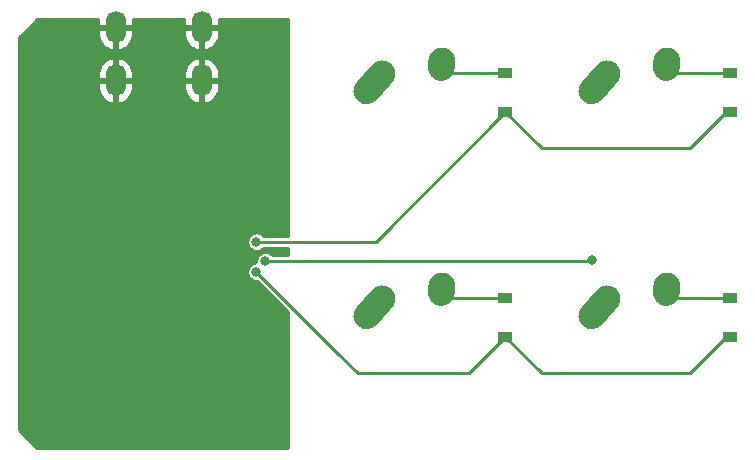
<source format=gbl>
G04 #@! TF.GenerationSoftware,KiCad,Pcbnew,(5.1.7)-1*
G04 #@! TF.CreationDate,2020-11-03T00:38:03-05:00*
G04 #@! TF.ProjectId,keyboard_test,6b657962-6f61-4726-945f-746573742e6b,rev?*
G04 #@! TF.SameCoordinates,Original*
G04 #@! TF.FileFunction,Copper,L2,Bot*
G04 #@! TF.FilePolarity,Positive*
%FSLAX46Y46*%
G04 Gerber Fmt 4.6, Leading zero omitted, Abs format (unit mm)*
G04 Created by KiCad (PCBNEW (5.1.7)-1) date 2020-11-03 00:38:03*
%MOMM*%
%LPD*%
G01*
G04 APERTURE LIST*
G04 #@! TA.AperFunction,ComponentPad*
%ADD10O,1.700000X2.700000*%
G04 #@! TD*
G04 #@! TA.AperFunction,ComponentPad*
%ADD11C,2.250000*%
G04 #@! TD*
G04 #@! TA.AperFunction,SMDPad,CuDef*
%ADD12R,1.200000X0.900000*%
G04 #@! TD*
G04 #@! TA.AperFunction,ViaPad*
%ADD13C,0.800000*%
G04 #@! TD*
G04 #@! TA.AperFunction,Conductor*
%ADD14C,0.254000*%
G04 #@! TD*
G04 #@! TA.AperFunction,Conductor*
%ADD15C,0.100000*%
G04 #@! TD*
G04 APERTURE END LIST*
D10*
X37781250Y-47625000D03*
X30481250Y-47625000D03*
X30481250Y-52125000D03*
X37781250Y-52125000D03*
D11*
X72112500Y-70612500D03*
G04 #@! TA.AperFunction,ComponentPad*
G36*
G01*
X70051188Y-72909850D02*
X70051183Y-72909845D01*
G75*
G02*
X69965155Y-71321183I751317J837345D01*
G01*
X71275157Y-69861183D01*
G75*
G02*
X72863819Y-69775155I837345J-751317D01*
G01*
X72863819Y-69775155D01*
G75*
G02*
X72949847Y-71363817I-751317J-837345D01*
G01*
X71639845Y-72823817D01*
G75*
G02*
X70051183Y-72909845I-837345J751317D01*
G01*
G37*
G04 #@! TD.AperFunction*
X77152500Y-69532500D03*
G04 #@! TA.AperFunction,ComponentPad*
G36*
G01*
X77035983Y-71234895D02*
X77035097Y-71234834D01*
G75*
G02*
X75990166Y-70035097I77403J1122334D01*
G01*
X76030166Y-69455097D01*
G75*
G02*
X77229903Y-68410166I1122334J-77403D01*
G01*
X77229903Y-68410166D01*
G75*
G02*
X78274834Y-69609903I-77403J-1122334D01*
G01*
X78234834Y-70189903D01*
G75*
G02*
X77035097Y-71234834I-1122334J77403D01*
G01*
G37*
G04 #@! TD.AperFunction*
X53062500Y-70612500D03*
G04 #@! TA.AperFunction,ComponentPad*
G36*
G01*
X51001188Y-72909850D02*
X51001183Y-72909845D01*
G75*
G02*
X50915155Y-71321183I751317J837345D01*
G01*
X52225157Y-69861183D01*
G75*
G02*
X53813819Y-69775155I837345J-751317D01*
G01*
X53813819Y-69775155D01*
G75*
G02*
X53899847Y-71363817I-751317J-837345D01*
G01*
X52589845Y-72823817D01*
G75*
G02*
X51001183Y-72909845I-837345J751317D01*
G01*
G37*
G04 #@! TD.AperFunction*
X58102500Y-69532500D03*
G04 #@! TA.AperFunction,ComponentPad*
G36*
G01*
X57985983Y-71234895D02*
X57985097Y-71234834D01*
G75*
G02*
X56940166Y-70035097I77403J1122334D01*
G01*
X56980166Y-69455097D01*
G75*
G02*
X58179903Y-68410166I1122334J-77403D01*
G01*
X58179903Y-68410166D01*
G75*
G02*
X59224834Y-69609903I-77403J-1122334D01*
G01*
X59184834Y-70189903D01*
G75*
G02*
X57985097Y-71234834I-1122334J77403D01*
G01*
G37*
G04 #@! TD.AperFunction*
X72112500Y-51562500D03*
G04 #@! TA.AperFunction,ComponentPad*
G36*
G01*
X70051188Y-53859850D02*
X70051183Y-53859845D01*
G75*
G02*
X69965155Y-52271183I751317J837345D01*
G01*
X71275157Y-50811183D01*
G75*
G02*
X72863819Y-50725155I837345J-751317D01*
G01*
X72863819Y-50725155D01*
G75*
G02*
X72949847Y-52313817I-751317J-837345D01*
G01*
X71639845Y-53773817D01*
G75*
G02*
X70051183Y-53859845I-837345J751317D01*
G01*
G37*
G04 #@! TD.AperFunction*
X77152500Y-50482500D03*
G04 #@! TA.AperFunction,ComponentPad*
G36*
G01*
X77035983Y-52184895D02*
X77035097Y-52184834D01*
G75*
G02*
X75990166Y-50985097I77403J1122334D01*
G01*
X76030166Y-50405097D01*
G75*
G02*
X77229903Y-49360166I1122334J-77403D01*
G01*
X77229903Y-49360166D01*
G75*
G02*
X78274834Y-50559903I-77403J-1122334D01*
G01*
X78234834Y-51139903D01*
G75*
G02*
X77035097Y-52184834I-1122334J77403D01*
G01*
G37*
G04 #@! TD.AperFunction*
X53062500Y-51562500D03*
G04 #@! TA.AperFunction,ComponentPad*
G36*
G01*
X51001188Y-53859850D02*
X51001183Y-53859845D01*
G75*
G02*
X50915155Y-52271183I751317J837345D01*
G01*
X52225157Y-50811183D01*
G75*
G02*
X53813819Y-50725155I837345J-751317D01*
G01*
X53813819Y-50725155D01*
G75*
G02*
X53899847Y-52313817I-751317J-837345D01*
G01*
X52589845Y-53773817D01*
G75*
G02*
X51001183Y-53859845I-837345J751317D01*
G01*
G37*
G04 #@! TD.AperFunction*
X58102500Y-50482500D03*
G04 #@! TA.AperFunction,ComponentPad*
G36*
G01*
X57985983Y-52184895D02*
X57985097Y-52184834D01*
G75*
G02*
X56940166Y-50985097I77403J1122334D01*
G01*
X56980166Y-50405097D01*
G75*
G02*
X58179903Y-49360166I1122334J-77403D01*
G01*
X58179903Y-49360166D01*
G75*
G02*
X59224834Y-50559903I-77403J-1122334D01*
G01*
X59184834Y-51139903D01*
G75*
G02*
X57985097Y-52184834I-1122334J77403D01*
G01*
G37*
G04 #@! TD.AperFunction*
D12*
X82550000Y-70581250D03*
X82550000Y-73881250D03*
X63500000Y-70581250D03*
X63500000Y-73881250D03*
X82550000Y-51531250D03*
X82550000Y-54831250D03*
X63500000Y-51531250D03*
X63500000Y-54831250D03*
D13*
X24384000Y-62611000D03*
X28067000Y-61087000D03*
X32512000Y-50292000D03*
X37973000Y-63119000D03*
X32131000Y-63119000D03*
X42164000Y-59436000D03*
X40640000Y-73533000D03*
X23622000Y-80391000D03*
X30734000Y-66675000D03*
X33528000Y-71755000D03*
X23241000Y-67437000D03*
X42418000Y-65786000D03*
X42418000Y-68326000D03*
X43180000Y-67437000D03*
X70802500Y-67373500D03*
D14*
X58531250Y-51531250D02*
X58062500Y-51062500D01*
X63500000Y-51531250D02*
X58531250Y-51531250D01*
X66552151Y-57883401D02*
X63500000Y-54831250D01*
X79150561Y-57883401D02*
X66552151Y-57883401D01*
X82202712Y-54831250D02*
X79150561Y-57883401D01*
X82550000Y-54831250D02*
X82202712Y-54831250D01*
X52545250Y-65786000D02*
X63500000Y-54831250D01*
X42418000Y-65786000D02*
X52545250Y-65786000D01*
X77581250Y-51531250D02*
X77112500Y-51062500D01*
X82550000Y-51531250D02*
X77581250Y-51531250D01*
X58531250Y-70581250D02*
X58062500Y-70112500D01*
X63500000Y-70581250D02*
X58531250Y-70581250D01*
X66552151Y-76933401D02*
X63500000Y-73881250D01*
X79150561Y-76933401D02*
X66552151Y-76933401D01*
X82202712Y-73881250D02*
X79150561Y-76933401D01*
X82550000Y-73881250D02*
X82202712Y-73881250D01*
X51024439Y-76933401D02*
X49276000Y-75184962D01*
X60447849Y-76933401D02*
X51024439Y-76933401D01*
X63500000Y-73881250D02*
X60447849Y-76933401D01*
X49276000Y-75184000D02*
X42418000Y-68326000D01*
X49276000Y-75184962D02*
X49276000Y-75184000D01*
X77581250Y-70581250D02*
X77112500Y-70112500D01*
X82550000Y-70581250D02*
X77581250Y-70581250D01*
X70739000Y-67437000D02*
X70802500Y-67373500D01*
X43180000Y-67437000D02*
X70739000Y-67437000D01*
X28996250Y-46998000D02*
X28996250Y-47498000D01*
X30354250Y-47498000D01*
X30354250Y-47478000D01*
X30608250Y-47478000D01*
X30608250Y-47498000D01*
X31966250Y-47498000D01*
X31966250Y-46998000D01*
X31958873Y-46958250D01*
X36303627Y-46958250D01*
X36296250Y-46998000D01*
X36296250Y-47498000D01*
X37654250Y-47498000D01*
X37654250Y-47478000D01*
X37908250Y-47478000D01*
X37908250Y-47498000D01*
X39266250Y-47498000D01*
X39266250Y-46998000D01*
X39258873Y-46958250D01*
X45116750Y-46958250D01*
X45116750Y-65278000D01*
X43014501Y-65278000D01*
X42915859Y-65179358D01*
X42787942Y-65093887D01*
X42645809Y-65035013D01*
X42494922Y-65005000D01*
X42341078Y-65005000D01*
X42190191Y-65035013D01*
X42048058Y-65093887D01*
X41920141Y-65179358D01*
X41811358Y-65288141D01*
X41725887Y-65416058D01*
X41667013Y-65558191D01*
X41637000Y-65709078D01*
X41637000Y-65862922D01*
X41667013Y-66013809D01*
X41725887Y-66155942D01*
X41811358Y-66283859D01*
X41920141Y-66392642D01*
X42048058Y-66478113D01*
X42190191Y-66536987D01*
X42341078Y-66567000D01*
X42494922Y-66567000D01*
X42645809Y-66536987D01*
X42787942Y-66478113D01*
X42915859Y-66392642D01*
X43014501Y-66294000D01*
X45116750Y-66294000D01*
X45116750Y-66929000D01*
X43776501Y-66929000D01*
X43677859Y-66830358D01*
X43549942Y-66744887D01*
X43407809Y-66686013D01*
X43256922Y-66656000D01*
X43103078Y-66656000D01*
X42952191Y-66686013D01*
X42810058Y-66744887D01*
X42682141Y-66830358D01*
X42573358Y-66939141D01*
X42487887Y-67067058D01*
X42429013Y-67209191D01*
X42399000Y-67360078D01*
X42399000Y-67513922D01*
X42405182Y-67545000D01*
X42341078Y-67545000D01*
X42190191Y-67575013D01*
X42048058Y-67633887D01*
X41920141Y-67719358D01*
X41811358Y-67828141D01*
X41725887Y-67956058D01*
X41667013Y-68098191D01*
X41637000Y-68249078D01*
X41637000Y-68402922D01*
X41667013Y-68553809D01*
X41725887Y-68695942D01*
X41811358Y-68823859D01*
X41920141Y-68932642D01*
X42048058Y-69018113D01*
X42190191Y-69076987D01*
X42341078Y-69107000D01*
X42480580Y-69107000D01*
X45116750Y-71743170D01*
X45116750Y-83216750D01*
X23865106Y-83216750D01*
X22352000Y-81703644D01*
X22352000Y-52252000D01*
X28996250Y-52252000D01*
X28996250Y-52752000D01*
X29049560Y-53039269D01*
X29157889Y-53310618D01*
X29317074Y-53555619D01*
X29520998Y-53764857D01*
X29761824Y-53930291D01*
X30030297Y-54045563D01*
X30124360Y-54066476D01*
X30354250Y-53945155D01*
X30354250Y-52252000D01*
X30608250Y-52252000D01*
X30608250Y-53945155D01*
X30838140Y-54066476D01*
X30932203Y-54045563D01*
X31200676Y-53930291D01*
X31441502Y-53764857D01*
X31645426Y-53555619D01*
X31804611Y-53310618D01*
X31912940Y-53039269D01*
X31966250Y-52752000D01*
X31966250Y-52252000D01*
X36296250Y-52252000D01*
X36296250Y-52752000D01*
X36349560Y-53039269D01*
X36457889Y-53310618D01*
X36617074Y-53555619D01*
X36820998Y-53764857D01*
X37061824Y-53930291D01*
X37330297Y-54045563D01*
X37424360Y-54066476D01*
X37654250Y-53945155D01*
X37654250Y-52252000D01*
X37908250Y-52252000D01*
X37908250Y-53945155D01*
X38138140Y-54066476D01*
X38232203Y-54045563D01*
X38500676Y-53930291D01*
X38741502Y-53764857D01*
X38945426Y-53555619D01*
X39104611Y-53310618D01*
X39212940Y-53039269D01*
X39266250Y-52752000D01*
X39266250Y-52252000D01*
X37908250Y-52252000D01*
X37654250Y-52252000D01*
X36296250Y-52252000D01*
X31966250Y-52252000D01*
X30608250Y-52252000D01*
X30354250Y-52252000D01*
X28996250Y-52252000D01*
X22352000Y-52252000D01*
X22352000Y-51498000D01*
X28996250Y-51498000D01*
X28996250Y-51998000D01*
X30354250Y-51998000D01*
X30354250Y-50304845D01*
X30608250Y-50304845D01*
X30608250Y-51998000D01*
X31966250Y-51998000D01*
X31966250Y-51498000D01*
X36296250Y-51498000D01*
X36296250Y-51998000D01*
X37654250Y-51998000D01*
X37654250Y-50304845D01*
X37908250Y-50304845D01*
X37908250Y-51998000D01*
X39266250Y-51998000D01*
X39266250Y-51498000D01*
X39212940Y-51210731D01*
X39104611Y-50939382D01*
X38945426Y-50694381D01*
X38741502Y-50485143D01*
X38500676Y-50319709D01*
X38232203Y-50204437D01*
X38138140Y-50183524D01*
X37908250Y-50304845D01*
X37654250Y-50304845D01*
X37424360Y-50183524D01*
X37330297Y-50204437D01*
X37061824Y-50319709D01*
X36820998Y-50485143D01*
X36617074Y-50694381D01*
X36457889Y-50939382D01*
X36349560Y-51210731D01*
X36296250Y-51498000D01*
X31966250Y-51498000D01*
X31912940Y-51210731D01*
X31804611Y-50939382D01*
X31645426Y-50694381D01*
X31441502Y-50485143D01*
X31200676Y-50319709D01*
X30932203Y-50204437D01*
X30838140Y-50183524D01*
X30608250Y-50304845D01*
X30354250Y-50304845D01*
X30124360Y-50183524D01*
X30030297Y-50204437D01*
X29761824Y-50319709D01*
X29520998Y-50485143D01*
X29317074Y-50694381D01*
X29157889Y-50939382D01*
X29049560Y-51210731D01*
X28996250Y-51498000D01*
X22352000Y-51498000D01*
X22352000Y-48471356D01*
X23071356Y-47752000D01*
X28996250Y-47752000D01*
X28996250Y-48252000D01*
X29049560Y-48539269D01*
X29157889Y-48810618D01*
X29317074Y-49055619D01*
X29520998Y-49264857D01*
X29761824Y-49430291D01*
X30030297Y-49545563D01*
X30124360Y-49566476D01*
X30354250Y-49445155D01*
X30354250Y-47752000D01*
X30608250Y-47752000D01*
X30608250Y-49445155D01*
X30838140Y-49566476D01*
X30932203Y-49545563D01*
X31200676Y-49430291D01*
X31441502Y-49264857D01*
X31645426Y-49055619D01*
X31804611Y-48810618D01*
X31912940Y-48539269D01*
X31966250Y-48252000D01*
X31966250Y-47752000D01*
X36296250Y-47752000D01*
X36296250Y-48252000D01*
X36349560Y-48539269D01*
X36457889Y-48810618D01*
X36617074Y-49055619D01*
X36820998Y-49264857D01*
X37061824Y-49430291D01*
X37330297Y-49545563D01*
X37424360Y-49566476D01*
X37654250Y-49445155D01*
X37654250Y-47752000D01*
X37908250Y-47752000D01*
X37908250Y-49445155D01*
X38138140Y-49566476D01*
X38232203Y-49545563D01*
X38500676Y-49430291D01*
X38741502Y-49264857D01*
X38945426Y-49055619D01*
X39104611Y-48810618D01*
X39212940Y-48539269D01*
X39266250Y-48252000D01*
X39266250Y-47752000D01*
X37908250Y-47752000D01*
X37654250Y-47752000D01*
X36296250Y-47752000D01*
X31966250Y-47752000D01*
X30608250Y-47752000D01*
X30354250Y-47752000D01*
X28996250Y-47752000D01*
X23071356Y-47752000D01*
X23865106Y-46958250D01*
X29003627Y-46958250D01*
X28996250Y-46998000D01*
G04 #@! TA.AperFunction,Conductor*
D15*
G36*
X28996250Y-46998000D02*
G01*
X28996250Y-47498000D01*
X30354250Y-47498000D01*
X30354250Y-47478000D01*
X30608250Y-47478000D01*
X30608250Y-47498000D01*
X31966250Y-47498000D01*
X31966250Y-46998000D01*
X31958873Y-46958250D01*
X36303627Y-46958250D01*
X36296250Y-46998000D01*
X36296250Y-47498000D01*
X37654250Y-47498000D01*
X37654250Y-47478000D01*
X37908250Y-47478000D01*
X37908250Y-47498000D01*
X39266250Y-47498000D01*
X39266250Y-46998000D01*
X39258873Y-46958250D01*
X45116750Y-46958250D01*
X45116750Y-65278000D01*
X43014501Y-65278000D01*
X42915859Y-65179358D01*
X42787942Y-65093887D01*
X42645809Y-65035013D01*
X42494922Y-65005000D01*
X42341078Y-65005000D01*
X42190191Y-65035013D01*
X42048058Y-65093887D01*
X41920141Y-65179358D01*
X41811358Y-65288141D01*
X41725887Y-65416058D01*
X41667013Y-65558191D01*
X41637000Y-65709078D01*
X41637000Y-65862922D01*
X41667013Y-66013809D01*
X41725887Y-66155942D01*
X41811358Y-66283859D01*
X41920141Y-66392642D01*
X42048058Y-66478113D01*
X42190191Y-66536987D01*
X42341078Y-66567000D01*
X42494922Y-66567000D01*
X42645809Y-66536987D01*
X42787942Y-66478113D01*
X42915859Y-66392642D01*
X43014501Y-66294000D01*
X45116750Y-66294000D01*
X45116750Y-66929000D01*
X43776501Y-66929000D01*
X43677859Y-66830358D01*
X43549942Y-66744887D01*
X43407809Y-66686013D01*
X43256922Y-66656000D01*
X43103078Y-66656000D01*
X42952191Y-66686013D01*
X42810058Y-66744887D01*
X42682141Y-66830358D01*
X42573358Y-66939141D01*
X42487887Y-67067058D01*
X42429013Y-67209191D01*
X42399000Y-67360078D01*
X42399000Y-67513922D01*
X42405182Y-67545000D01*
X42341078Y-67545000D01*
X42190191Y-67575013D01*
X42048058Y-67633887D01*
X41920141Y-67719358D01*
X41811358Y-67828141D01*
X41725887Y-67956058D01*
X41667013Y-68098191D01*
X41637000Y-68249078D01*
X41637000Y-68402922D01*
X41667013Y-68553809D01*
X41725887Y-68695942D01*
X41811358Y-68823859D01*
X41920141Y-68932642D01*
X42048058Y-69018113D01*
X42190191Y-69076987D01*
X42341078Y-69107000D01*
X42480580Y-69107000D01*
X45116750Y-71743170D01*
X45116750Y-83216750D01*
X23865106Y-83216750D01*
X22352000Y-81703644D01*
X22352000Y-52252000D01*
X28996250Y-52252000D01*
X28996250Y-52752000D01*
X29049560Y-53039269D01*
X29157889Y-53310618D01*
X29317074Y-53555619D01*
X29520998Y-53764857D01*
X29761824Y-53930291D01*
X30030297Y-54045563D01*
X30124360Y-54066476D01*
X30354250Y-53945155D01*
X30354250Y-52252000D01*
X30608250Y-52252000D01*
X30608250Y-53945155D01*
X30838140Y-54066476D01*
X30932203Y-54045563D01*
X31200676Y-53930291D01*
X31441502Y-53764857D01*
X31645426Y-53555619D01*
X31804611Y-53310618D01*
X31912940Y-53039269D01*
X31966250Y-52752000D01*
X31966250Y-52252000D01*
X36296250Y-52252000D01*
X36296250Y-52752000D01*
X36349560Y-53039269D01*
X36457889Y-53310618D01*
X36617074Y-53555619D01*
X36820998Y-53764857D01*
X37061824Y-53930291D01*
X37330297Y-54045563D01*
X37424360Y-54066476D01*
X37654250Y-53945155D01*
X37654250Y-52252000D01*
X37908250Y-52252000D01*
X37908250Y-53945155D01*
X38138140Y-54066476D01*
X38232203Y-54045563D01*
X38500676Y-53930291D01*
X38741502Y-53764857D01*
X38945426Y-53555619D01*
X39104611Y-53310618D01*
X39212940Y-53039269D01*
X39266250Y-52752000D01*
X39266250Y-52252000D01*
X37908250Y-52252000D01*
X37654250Y-52252000D01*
X36296250Y-52252000D01*
X31966250Y-52252000D01*
X30608250Y-52252000D01*
X30354250Y-52252000D01*
X28996250Y-52252000D01*
X22352000Y-52252000D01*
X22352000Y-51498000D01*
X28996250Y-51498000D01*
X28996250Y-51998000D01*
X30354250Y-51998000D01*
X30354250Y-50304845D01*
X30608250Y-50304845D01*
X30608250Y-51998000D01*
X31966250Y-51998000D01*
X31966250Y-51498000D01*
X36296250Y-51498000D01*
X36296250Y-51998000D01*
X37654250Y-51998000D01*
X37654250Y-50304845D01*
X37908250Y-50304845D01*
X37908250Y-51998000D01*
X39266250Y-51998000D01*
X39266250Y-51498000D01*
X39212940Y-51210731D01*
X39104611Y-50939382D01*
X38945426Y-50694381D01*
X38741502Y-50485143D01*
X38500676Y-50319709D01*
X38232203Y-50204437D01*
X38138140Y-50183524D01*
X37908250Y-50304845D01*
X37654250Y-50304845D01*
X37424360Y-50183524D01*
X37330297Y-50204437D01*
X37061824Y-50319709D01*
X36820998Y-50485143D01*
X36617074Y-50694381D01*
X36457889Y-50939382D01*
X36349560Y-51210731D01*
X36296250Y-51498000D01*
X31966250Y-51498000D01*
X31912940Y-51210731D01*
X31804611Y-50939382D01*
X31645426Y-50694381D01*
X31441502Y-50485143D01*
X31200676Y-50319709D01*
X30932203Y-50204437D01*
X30838140Y-50183524D01*
X30608250Y-50304845D01*
X30354250Y-50304845D01*
X30124360Y-50183524D01*
X30030297Y-50204437D01*
X29761824Y-50319709D01*
X29520998Y-50485143D01*
X29317074Y-50694381D01*
X29157889Y-50939382D01*
X29049560Y-51210731D01*
X28996250Y-51498000D01*
X22352000Y-51498000D01*
X22352000Y-48471356D01*
X23071356Y-47752000D01*
X28996250Y-47752000D01*
X28996250Y-48252000D01*
X29049560Y-48539269D01*
X29157889Y-48810618D01*
X29317074Y-49055619D01*
X29520998Y-49264857D01*
X29761824Y-49430291D01*
X30030297Y-49545563D01*
X30124360Y-49566476D01*
X30354250Y-49445155D01*
X30354250Y-47752000D01*
X30608250Y-47752000D01*
X30608250Y-49445155D01*
X30838140Y-49566476D01*
X30932203Y-49545563D01*
X31200676Y-49430291D01*
X31441502Y-49264857D01*
X31645426Y-49055619D01*
X31804611Y-48810618D01*
X31912940Y-48539269D01*
X31966250Y-48252000D01*
X31966250Y-47752000D01*
X36296250Y-47752000D01*
X36296250Y-48252000D01*
X36349560Y-48539269D01*
X36457889Y-48810618D01*
X36617074Y-49055619D01*
X36820998Y-49264857D01*
X37061824Y-49430291D01*
X37330297Y-49545563D01*
X37424360Y-49566476D01*
X37654250Y-49445155D01*
X37654250Y-47752000D01*
X37908250Y-47752000D01*
X37908250Y-49445155D01*
X38138140Y-49566476D01*
X38232203Y-49545563D01*
X38500676Y-49430291D01*
X38741502Y-49264857D01*
X38945426Y-49055619D01*
X39104611Y-48810618D01*
X39212940Y-48539269D01*
X39266250Y-48252000D01*
X39266250Y-47752000D01*
X37908250Y-47752000D01*
X37654250Y-47752000D01*
X36296250Y-47752000D01*
X31966250Y-47752000D01*
X30608250Y-47752000D01*
X30354250Y-47752000D01*
X28996250Y-47752000D01*
X23071356Y-47752000D01*
X23865106Y-46958250D01*
X29003627Y-46958250D01*
X28996250Y-46998000D01*
G37*
G04 #@! TD.AperFunction*
M02*

</source>
